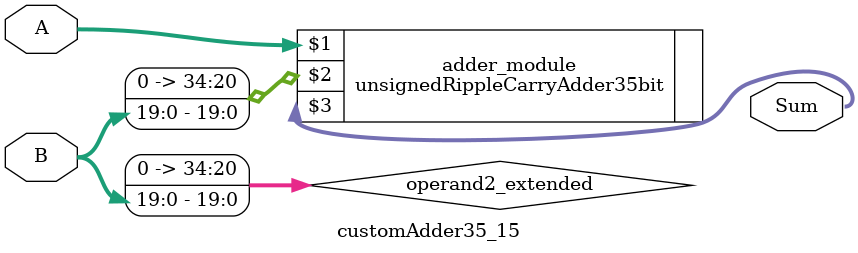
<source format=v>
module customAdder35_15(
                        input [34 : 0] A,
                        input [19 : 0] B,
                        
                        output [35 : 0] Sum
                );

        wire [34 : 0] operand2_extended;
        
        assign operand2_extended =  {15'b0, B};
        
        unsignedRippleCarryAdder35bit adder_module(
            A,
            operand2_extended,
            Sum
        );
        
        endmodule
        
</source>
